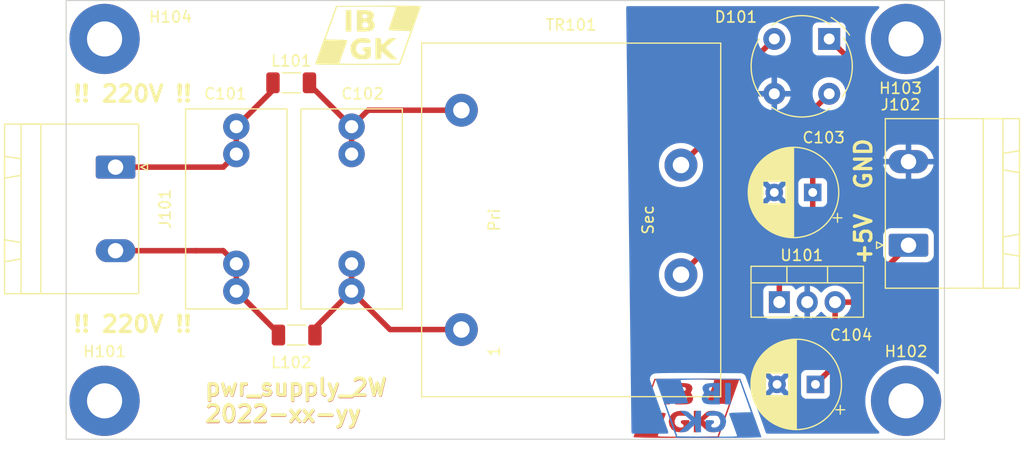
<source format=kicad_pcb>
(kicad_pcb (version 20211014) (generator pcbnew)
  (layers (0 "F.Cu" signal) (31 "B.Cu" signal) (34 "B.Paste" user) (35 "F.Paste" user) (36 "B.SilkS" user "B.Silkscreen") (37 "F.SilkS" user "F.Silkscreen") (38 "B.Mask" user) (39 "F.Mask" user) (44 "Edge.Cuts" user))
  (net 0 "")
  (net 1 "/220V_AC1")
  (net 2 "/220V_AC2")
  (net 3 "/220V_AC1_F")
  (net 4 "/220V_AC2_F")
  (net 5 "/VP")
  (net 6 "/GND")
  (net 7 "/+5V")
  (net 8 "/AC2")
  (net 9 "/AC1")
  (footprint "Connector_Phoenix_GMSTB:PhoenixContact_GMSTBA_2,5_2-G-7,62_1x02_P7.62mm_Horizontal" (layer "F.Cu") (at 176.7225 82.31 90)
    (property "Reference" "J?")
    (property "Value" "Conn_01x02")
    (fp_text reference "J102" (at 12.81 -0.7225 180) (layer "F.SilkS"))
    (fp_text value "Conn_01x02")
    (pad "1" thru_hole roundrect (at 0 0 90) (size 2.1 3.6) (drill 1.4) (layers *.Cu *.Mask) (roundrect_rratio 0.119048) (net 7 "/+5V"))
    (pad "2" thru_hole oval (at 7.62 0 90) (size 2.1 3.6) (drill 1.4) (layers *.Cu *.Mask) (net 6 "/GND"))
  )
  (footprint "00_footprints:C_Rect_L18.0mm_W9.0mm_P15.00mm_FKS3_FKP3" (layer "F.Cu") (at 126 71.5 -90)
    (property "Reference" "C?")
    (property "Value" "C")
    (fp_text reference "C102" (at -3 -1) (layer "F.SilkS"))
    (fp_text value "100nF")
    (pad "1" thru_hole circle (at 0 0 270) (size 2.4 2.4) (drill 1.2) (layers *.Cu *.Mask) (net 3 "/220V_AC1_F"))
    (pad "1" thru_hole circle (at 2.5 0 270) (size 2.4 2.4) (drill 1.2) (layers *.Cu *.Mask) (net 3 "/220V_AC1_F"))
    (pad "2" thru_hole circle (at 15 0 270) (size 2.4 2.4) (drill 1.2) (layers *.Cu *.Mask) (net 4 "/220V_AC2_F"))
    (pad "2" thru_hole circle (at 12.5 0 270) (size 2.4 2.4) (drill 1.2) (layers *.Cu *.Mask) (net 4 "/220V_AC2_F"))
  )
  (footprint "Capacitor_THT:CP_Radial_D8.0mm_P3.50mm" (layer "F.Cu") (at 168 77.5 180)
    (property "Reference" "C?")
    (property "Value" "470uF/25V")
    (fp_text reference "C103" (at -1 5) (layer "F.SilkS"))
    (fp_text value "470uF/25V")
    (pad "1" thru_hole rect (at 0 0 180) (size 1.6 1.6) (drill 0.8) (layers *.Cu *.Mask) (net 5 "/VP"))
    (pad "2" thru_hole circle (at 3.5 0 180) (size 1.6 1.6) (drill 0.8) (layers *.Cu *.Mask) (net 6 "/GND"))
  )
  (footprint "MountingHole:MountingHole_3.2mm_M3_Pad" (layer "F.Cu") (at 176.5 63.5)
    (fp_text reference "H103" (at -0.5 4.5) (layer "F.SilkS"))
    (fp_text value "MountingHole")
    (pad "1" thru_hole circle (at 0 0) (size 6.4 6.4) (drill 3.2) (layers *.Cu *.Mask))
  )
  (footprint "00_ibgk:iblogo" (layer "F.Cu") (at 127.5 63.5)
    (fp_text reference "G101" hide)
    (fp_text value "LOGO" hide)
  )
  (footprint "MountingHole:MountingHole_3.2mm_M3_Pad" (layer "F.Cu") (at 103.5 96.5)
    (fp_text reference "H101" (at 0 -4.5) (layer "F.SilkS"))
    (fp_text value "MountingHole")
    (pad "1" thru_hole circle (at 0 0) (size 6.4 6.4) (drill 3.2) (layers *.Cu *.Mask))
  )
  (footprint "Connector_Phoenix_GMSTB:PhoenixContact_GMSTBA_2,5_2-G-7,62_1x02_P7.62mm_Horizontal" (layer "F.Cu") (at 104.5 75.19 -90)
    (property "Reference" "J?")
    (property "Value" "Conn_01x02")
    (fp_text reference "J101" (at 3.81 -4.5 90) (layer "F.SilkS"))
    (fp_text value "Conn_01x02")
    (pad "1" thru_hole roundrect (at 0 0 270) (size 2.1 3.6) (drill 1.4) (layers *.Cu *.Mask) (roundrect_rratio 0.119048) (net 1 "/220V_AC1"))
    (pad "2" thru_hole oval (at 7.62 0 270) (size 2.1 3.6) (drill 1.4) (layers *.Cu *.Mask) (net 2 "/220V_AC2"))
  )
  (footprint "Inductor_SMD:L_1206_3216Metric_Pad1.22x1.90mm_HandSolder" (layer "F.Cu") (at 121 90.5)
    (fp_text reference "L102" (at -0.5 2.5) (layer "F.SilkS"))
    (fp_text value "BLM31 100u")
    (pad "1" smd roundrect (at -1.6625 0) (size 1.225 1.9) (layers "F.Cu" "F.Paste" "F.Mask") (roundrect_rratio 0.204082) (net 2 "/220V_AC2"))
    (pad "2" smd roundrect (at 1.6625 0) (size 1.225 1.9) (layers "F.Cu" "F.Paste" "F.Mask") (roundrect_rratio 0.204082) (net 4 "/220V_AC2_F"))
  )
  (footprint "Capacitor_THT:CP_Radial_D8.0mm_P3.50mm" (layer "F.Cu") (at 168.25 95 180)
    (fp_text reference "C104" (at -3.25 4.5) (layer "F.SilkS"))
    (fp_text value "470uF/25V")
    (pad "1" thru_hole rect (at 0 0 180) (size 1.6 1.6) (drill 0.8) (layers *.Cu *.Mask) (net 7 "/+5V"))
    (pad "2" thru_hole circle (at 3.5 0 180) (size 1.6 1.6) (drill 0.8) (layers *.Cu *.Mask) (net 6 "/GND"))
  )
  (footprint "MountingHole:MountingHole_3.2mm_M3_Pad" (layer "F.Cu") (at 176.5 96.5)
    (fp_text reference "H102" (at 0 -4.5) (layer "F.SilkS"))
    (fp_text value "MountingHole")
    (pad "1" thru_hole circle (at 0 0) (size 6.4 6.4) (drill 3.2) (layers *.Cu *.Mask))
  )
  (footprint "Inductor_SMD:L_1206_3216Metric_Pad1.22x1.90mm_HandSolder" (layer "F.Cu") (at 120.5 67.5)
    (property "Reference" "L?")
    (property "Value" "L")
    (fp_text reference "L101" (at 0 -2) (layer "F.SilkS"))
    (fp_text value "BLM31 100u")
    (pad "1" smd roundrect (at -1.6625 0) (size 1.225 1.9) (layers "F.Cu" "F.Paste" "F.Mask") (roundrect_rratio 0.204082) (net 1 "/220V_AC1"))
    (pad "2" smd roundrect (at 1.6625 0) (size 1.225 1.9) (layers "F.Cu" "F.Paste" "F.Mask") (roundrect_rratio 0.204082) (net 3 "/220V_AC1_F"))
  )
  (footprint "00_footprints:C_Rect_L18.0mm_W9.0mm_P15.00mm_FKS3_FKP3" (layer "F.Cu") (at 115.5 71.5 -90)
    (fp_text reference "C101" (at -3 1) (layer "F.SilkS"))
    (fp_text value "100nF")
    (pad "1" thru_hole circle (at 0 0 270) (size 2.4 2.4) (drill 1.2) (layers *.Cu *.Mask) (net 1 "/220V_AC1"))
    (pad "1" thru_hole circle (at 2.5 0 270) (size 2.4 2.4) (drill 1.2) (layers *.Cu *.Mask) (net 1 "/220V_AC1"))
    (pad "2" thru_hole circle (at 15 0 270) (size 2.4 2.4) (drill 1.2) (layers *.Cu *.Mask) (net 2 "/220V_AC2"))
    (pad "2" thru_hole circle (at 12.5 0 270) (size 2.4 2.4) (drill 1.2) (layers *.Cu *.Mask) (net 2 "/220V_AC2"))
  )
  (footprint "00_ibgk:iblogo_Cu" (layer "F.Cu") (at 156.5 97.5)
    (fp_text reference "G102" hide)
    (fp_text value "LOGO" hide)
    (fp_poly (pts (xy -0.14752 -2.610072) (xy 0.13375 -2.572187) (xy 0.285173 -2.529679) (xy 0.486531 -2.359999) (xy 0.547364 -2.12617) (xy 0.468781 -1.897872) (xy 0.395336 -1.745795) (xy 0.43974 -1.631619) (xy 0.482252 -1.586033) (xy 0.599066 -1.362547) (xy 0.592055 -1.10016) (xy 0.466611 -0.869416) (xy 0.424536 -0.830616) (xy 0.267105 -0.742998) (xy 0.037483 -0.694778) (xy -0.30807 -0.677728) (xy -0.39038 -0.677333) (xy -1.016 -0.677333) (xy -1.016 -1.27) (xy -0.508 -1.27) (xy -0.493039 -1.090138) (xy -0.413022 -1.026517) (xy -0.232834 -1.031802) (xy -0.039806 -1.072636) (xy 0.03428 -1.171927) (xy 0.042333 -1.27) (xy 0.013443 -1.421269) (xy -0.106348 -1.489807) (xy -0.232834 -1.508198) (xy -0.421287 -1.511974) (xy -0.495435 -1.442141) (xy -0.508 -1.27) (xy -1.016 -1.27) (xy -1.016 -2.074333) (xy -0.508 -2.074333) (xy -0.484395 -1.915511) (xy -0.378211 -1.871153) (xy -0.275167 -1.878209) (xy -0.093574 -1.939873) (xy -0.042334 -2.074333) (xy -0.098391 -2.212851) (xy -0.275167 -2.270457) (xy -0.443894 -2.267271) (xy -0.502987 -2.17241) (xy -0.508 -2.074333) (xy -1.016 -2.074333) (xy -1.016 -2.624666) (xy -0.469651 -2.624666) (xy -0.14752 -2.610072)) (layer "F.Cu") (width 0.01) (fill solid))
    (fp_poly (pts (xy -0.226478 -0.065273) (xy 0.028145 -0.001379) (xy 0.19604 0.102522) (xy 0.237747 0.23308) (xy 0.196869 0.314751) (xy 0.088771 0.354391) (xy -0.125909 0.360606) (xy -0.308887 0.352611) (xy -0.604376 0.343764) (xy -0.782531 0.366564) (xy -0.89432 0.434008) (xy -0.963808 0.519617) (xy -1.085687 0.807075) (xy -1.068462 1.079725) (xy -0.929965 1.298355) (xy -0.688031 1.423753) (xy -0.545533 1.439334) (xy -0.343316 1.419703) (xy -0.262742 1.343421) (xy -0.254 1.27) (xy -0.30694 1.132096) (xy -0.381 1.100667) (xy -0.484429 1.030081) (xy -0.508 0.931334) (xy -0.483072 0.825514) (xy -0.379559 0.775474) (xy -0.154371 0.762065) (xy -0.127 0.762) (xy 0.254 0.762) (xy 0.254 1.229762) (xy 0.246165 1.503276) (xy 0.209658 1.657128) (xy 0.124975 1.740744) (xy 0.036821 1.780096) (xy -0.245236 1.840083) (xy -0.594309 1.853592) (xy -0.921547 1.820654) (xy -1.067807 1.779688) (xy -1.341604 1.584502) (xy -1.532382 1.279715) (xy -1.608442 0.917096) (xy -1.608667 0.896421) (xy -1.542327 0.503205) (xy -1.338151 0.205388) (xy -1.099732 0.04185) (xy -0.831516 -0.049535) (xy -0.526731 -0.083283) (xy -0.226478 -0.065273)) (layer "F.Cu") (width 0.01) (fill solid))
    (fp_poly (pts (xy 2.514317 -3.030525) (xy 3.182137 -3.027298) (xy 3.756888 -3.021258) (xy 4.222693 -3.012616) (xy 4.563672 -3.001584) (xy 4.763947 -2.988375) (xy 4.812175 -2.976345) (xy 4.778057 -2.881535) (xy 4.694398 -2.646351) (xy 4.568034 -2.29009) (xy 4.4058 -1.83205) (xy 4.214534 -1.291529) (xy 4.001071 -0.687825) (xy 3.852333 -0.266929) (xy 2.921 2.369115) (xy -0.9525 2.369891) (xy -1.743928 2.368708) (xy -2.48079 2.365013) (xy -3.146358 2.359078) (xy -3.723901 2.351174) (xy -4.19669 2.341573) (xy -4.547995 2.330545) (xy -4.761087 2.318362) (xy -4.821046 2.307167) (xy -4.79201 2.215049) (xy -4.711897 1.982949) (xy -4.587515 1.630017) (xy -4.425672 1.175401) (xy -4.233176 0.638254) (xy -4.018496 0.042334) (xy -3.875361 0.042334) (xy -2.86098 0.066171) (xy -2.432647 0.078302) (xy -2.147731 0.093844) (xy -1.980321 0.11738) (xy -1.904504 0.153492) (xy -1.89437 0.206763) (xy -1.903524 0.235504) (xy -2.004741 0.500113) (xy -2.128272 0.831685) (xy -2.261046 1.193993) (xy -2.389992 1.550806) (xy -2.502039 1.865895) (xy -2.584116 2.103032) (xy -2.623152 2.225988) (xy -2.624667 2.234278) (xy -2.543336 2.246701) (xy -2.312655 2.256759) (xy -1.952596 2.264219) (xy -1.483129 2.268849) (xy -0.924224 2.270417) (xy -0.295854 2.268689) (xy 0.102333 2.266006) (xy 2.829333 2.243667) (xy 3.354056 0.762) (xy 3.878779 -0.719666) (xy 2.870723 -0.743439) (xy 2.480158 -0.755842) (xy 2.160065 -0.772083) (xy 1.943288 -0.790066) (xy 1.862674 -0.80769) (xy 1.862666 -0.807847) (xy 1.888714 -0.898975) (xy 1.959739 -1.117776) (xy 2.065061 -1.431994) (xy 2.194 -1.809377) (xy 2.201333 -1.830652) (xy 2.331671 -2.21457) (xy 2.438754 -2.541259) (xy 2.511782 -2.776968) (xy 2.539958 -2.887946) (xy 2.54 -2.889267) (xy 2.45811 -2.908636) (xy 2.223489 -2.924422) (xy 1.852707 -2.936291) (xy 1.362335 -2.943908) (xy 0.768943 -2.94694) (xy 0.089102 -2.945053) (xy -0.143986 -2.943356) (xy -2.827971 -2.921) (xy -3.875361 0.042334) (xy -4.018496 0.042334) (xy -4.016835 0.037724) (xy -3.865397 -0.381) (xy -2.914703 -3.005666) (xy 0.96299 -3.027692) (xy 1.769309 -3.030727) (xy 2.514317 -3.030525)) (layer "F.Cu") (width 0.01) (fill solid))
    (fp_poly (pts (xy -1.524 -0.677333) (xy -2.032 -0.677333) (xy -2.032 -2.624666) (xy -1.524 -2.624666) (xy -1.524 -0.677333)) (layer "F.Cu") (width 0.01) (fill solid))
    (fp_poly (pts (xy 1.101986 -0.068147) (xy 1.17198 0.015643) (xy 1.185333 0.211667) (xy 1.202438 0.40759) (xy 1.244494 0.505461) (xy 1.253391 0.508) (xy 1.347338 0.452019) (xy 1.50989 0.309613) (xy 1.608666 0.211667) (xy 1.823508 0.020151) (xy 2.022242 -0.065467) (xy 2.239108 -0.081624) (xy 2.582333 -0.078582) (xy 1.598331 0.78935) (xy 2.13022 1.326008) (xy 2.662108 1.862667) (xy 2.335355 1.862667) (xy 2.116918 1.838874) (xy 1.918778 1.748337) (xy 1.683653 1.562317) (xy 1.618134 1.502834) (xy 1.227666 1.143) (xy 1.201631 1.502834) (xy 1.175343 1.72908) (xy 1.116366 1.833035) (xy 0.98875 1.861711) (xy 0.926465 1.862667) (xy 0.677333 1.862667) (xy 0.677333 -0.084666) (xy 0.931333 -0.084666) (xy 1.101986 -0.068147)) (layer "F.Cu") (width 0.01) (fill solid))
  )
  (footprint "00_footprints:Transformer_CHK_EI30-2VA_1xSec" (layer "F.Cu") (at 136 90)
    (fp_text reference "TR101" (at 10 -27.78) (layer "F.SilkS"))
    (fp_text value "EI30/18 9V")
    (fp_text user "1" (at 3 2 90) (layer "F.SilkS"))
    (fp_text user "Pri" (at 3 -10 90) (layer "F.SilkS"))
    (fp_text user "Sec" (at 17 -10 90) (layer "F.SilkS"))
    (pad "1" thru_hole circle (at 0 -20) (size 3 3) (drill 1.5) (layers *.Cu *.Mask) (net 3 "/220V_AC1_F"))
    (pad "5" thru_hole circle (at 0 0) (size 3 3) (drill 1.5) (layers *.Cu *.Mask) (net 4 "/220V_AC2_F"))
    (pad "7" thru_hole circle (at 20 -5) (size 3 3) (drill 1.5) (layers *.Cu *.Mask) (net 9 "/AC1"))
    (pad "9" thru_hole circle (at 20 -15) (size 3 3) (drill 1.5) (layers *.Cu *.Mask) (net 8 "/AC2"))
  )
  (footprint "MountingHole:MountingHole_3.2mm_M3_Pad" (layer "F.Cu") (at 103.5 63.5)
    (fp_text reference "H104" (at 6 -2) (layer "F.SilkS"))
    (fp_text value "MountingHole" hide)
    (pad "1" thru_hole circle (at 0 0) (size 6.4 6.4) (drill 3.2) (layers *.Cu *.Mask))
  )
  (footprint "Package_TO_SOT_THT:TO-220-3_Vertical" (layer "F.Cu") (at 164.96 87.5)
    (property "Reference" "U?")
    (property "Value" "LM7805_TO220")
    (fp_text reference "U101" (at 2.04 -4.27) (layer "F.SilkS"))
    (fp_text value "LM7805_TO220")
    (pad "1" thru_hole rect (at 0 0) (size 1.905 2) (drill 1.1) (layers *.Cu *.Mask) (net 5 "/VP"))
    (pad "2" thru_hole oval (at 2.54 0) (size 1.905 2) (drill 1.1) (layers *.Cu *.Mask) (net 6 "/GND"))
    (pad "3" thru_hole oval (at 5.08 0) (size 1.905 2) (drill 1.1) (layers *.Cu *.Mask) (net 7 "/+5V"))
  )
  (footprint "Diode_THT:Diode_Bridge_Round_D9.0mm" (layer "F.Cu") (at 169.5 63.5 -90)
    (property "Reference" "D?")
    (property "Value" "D_Bridge_+A-A")
    (fp_text reference "D101" (at -2 8.5 180) (layer "F.SilkS"))
    (fp_text value "B40C2000RUND")
    (pad "1" thru_hole rect (at 0 0 270) (size 2 2) (drill 1) (layers *.Cu *.Mask) (net 5 "/VP"))
    (pad "2" thru_hole oval (at 0 5 270) (size 2 2) (drill 1) (layers *.Cu *.Mask) (net 8 "/AC2"))
    (pad "3" thru_hole oval (at 5 5 270) (size 2 2) (drill 1) (layers *.Cu *.Mask) (net 6 "/GND"))
    (pad "4" thru_hole oval (at 5 0 270) (size 2 2) (drill 1) (layers *.Cu *.Mask) (net 9 "/AC1"))
  )
  (footprint "00_ibgk:iblogo_Cu" (layer "B.Cu") (at 158.5 97.5 180)
    (fp_text reference "G103" hide)
    (fp_text value "LOGO" hide)
    (fp_poly (pts (xy -0.14752 2.610072) (xy 0.13375 2.572187) (xy 0.285173 2.529679) (xy 0.486531 2.359999) (xy 0.547364 2.12617) (xy 0.468781 1.897872) (xy 0.395336 1.745795) (xy 0.43974 1.631619) (xy 0.482252 1.586033) (xy 0.599066 1.362547) (xy 0.592055 1.10016) (xy 0.466611 0.869416) (xy 0.424536 0.830616) (xy 0.267105 0.742998) (xy 0.037483 0.694778) (xy -0.30807 0.677728) (xy -0.39038 0.677333) (xy -1.016 0.677333) (xy -1.016 1.27) (xy -0.508 1.27) (xy -0.493039 1.090138) (xy -0.413022 1.026517) (xy -0.232834 1.031802) (xy -0.039806 1.072636) (xy 0.03428 1.171927) (xy 0.042333 1.27) (xy 0.013443 1.421269) (xy -0.106348 1.489807) (xy -0.232834 1.508198) (xy -0.421287 1.511974) (xy -0.495435 1.442141) (xy -0.508 1.27) (xy -1.016 1.27) (xy -1.016 2.074333) (xy -0.508 2.074333) (xy -0.484395 1.915511) (xy -0.378211 1.871153) (xy -0.275167 1.878209) (xy -0.093574 1.939873) (xy -0.042334 2.074333) (xy -0.098391 2.212851) (xy -0.275167 2.270457) (xy -0.443894 2.267271) (xy -0.502987 2.17241) (xy -0.508 2.074333) (xy -1.016 2.074333) (xy -1.016 2.624666) (xy -0.469651 2.624666) (xy -0.14752 2.610072)) (layer "B.Cu") (width 0.01) (fill solid))
    (fp_poly (pts (xy 1.101986 0.068147) (xy 1.17198 -0.015643) (xy 1.185333 -0.211667) (xy 1.202438 -0.40759) (xy 1.244494 -0.505461) (xy 1.253391 -0.508) (xy 1.347338 -0.452019) (xy 1.50989 -0.309613) (xy 1.608666 -0.211667) (xy 1.823508 -0.020151) (xy 2.022242 0.065467) (xy 2.239108 0.081624) (xy 2.582333 0.078582) (xy 1.598331 -0.78935) (xy 2.13022 -1.326008) (xy 2.662108 -1.862667) (xy 2.335355 -1.862667) (xy 2.116918 -1.838874) (xy 1.918778 -1.748337) (xy 1.683653 -1.562317) (xy 1.618134 -1.502834) (xy 1.227666 -1.143) (xy 1.201631 -1.502834) (xy 1.175343 -1.72908) (xy 1.116366 -1.833035) (xy 0.98875 -1.861711) (xy 0.926465 -1.862667) (xy 0.677333 -1.862667) (xy 0.677333 0.084666) (xy 0.931333 0.084666) (xy 1.101986 0.068147)) (layer "B.Cu") (width 0.01) (fill solid))
    (fp_poly (pts (xy -1.524 0.677333) (xy -2.032 0.677333) (xy -2.032 2.624666) (xy -1.524 2.624666) (xy -1.524 0.677333)) (layer "B.Cu") (width 0.01) (fill solid))
    (fp_poly (pts (xy 2.514317 3.030525) (xy 3.182137 3.027298) (xy 3.756888 3.021258) (xy 4.222693 3.012616) (xy 4.563672 3.001584) (xy 4.763947 2.988375) (xy 4.812175 2.976345) (xy 4.778057 2.881535) (xy 4.694398 2.646351) (xy 4.568034 2.29009) (xy 4.4058 1.83205) (xy 4.214534 1.291529) (xy 4.001071 0.687825) (xy 3.852333 0.266929) (xy 2.921 -2.369115) (xy -0.9525 -2.369891) (xy -1.743928 -2.368708) (xy -2.48079 -2.365013) (xy -3.146358 -2.359078) (xy -3.723901 -2.351174) (xy -4.19669 -2.341573) (xy -4.547995 -2.330545) (xy -4.761087 -2.318362) (xy -4.821046 -2.307167) (xy -4.79201 -2.215049) (xy -4.711897 -1.982949) (xy -4.587515 -1.630017) (xy -4.425672 -1.175401) (xy -4.233176 -0.638254) (xy -4.018496 -0.042334) (xy -3.875361 -0.042334) (xy -2.86098 -0.066171) (xy -2.432647 -0.078302) (xy -2.147731 -0.093844) (xy -1.980321 -0.11738) (xy -1.904504 -0.153492) (xy -1.89437 -0.206763) (xy -1.903524 -0.235504) (xy -2.004741 -0.500113) (xy -2.128272 -0.831685) (xy -2.261046 -1.193993) (xy -2.389992 -1.550806) (xy -2.502039 -1.865895) (xy -2.584116 -2.103032) (xy -2.623152 -2.225988) (xy -2.624667 -2.234278) (xy -2.543336 -2.246701) (xy -2.312655 -2.256759) (xy -1.952596 -2.264219) (xy -1.483129 -2.268849) (xy -0.924224 -2.270417) (xy -0.295854 -2.268689) (xy 0.102333 -2.266006) (xy 2.829333 -2.243667) (xy 3.354056 -0.762) (xy 3.878779 0.719666) (xy 2.870723 0.743439) (xy 2.480158 0.755842) (xy 2.160065 0.772083) (xy 1.943288 0.790066) (xy 1.862674 0.80769) (xy 1.862666 0.807847) (xy 1.888714 0.898975) (xy 1.959739 1.117776) (xy 2.065061 1.431994) (xy 2.194 1.809377) (xy 2.201333 1.830652) (xy 2.331671 2.21457) (xy 2.438754 2.541259) (xy 2.511782 2.776968) (xy 2.539958 2.887946) (xy 2.54 2.889267) (xy 2.45811 2.908636) (xy 2.223489 2.924422) (xy 1.852707 2.936291) (xy 1.362335 2.943908) (xy 0.768943 2.94694) (xy 0.089102 2.945053) (xy -0.143986 2.943356) (xy -2.827971 2.921) (xy -3.875361 -0.042334) (xy -4.018496 -0.042334) (xy -4.016835 -0.037724) (xy -3.865397 0.381) (xy -2.914703 3.005666) (xy 0.96299 3.027692) (xy 1.769309 3.030727) (xy 2.514317 3.030525)) (layer "B.Cu") (width 0.01) (fill solid))
    (fp_poly (pts (xy -0.226478 0.065273) (xy 0.028145 0.001379) (xy 0.19604 -0.102522) (xy 0.237747 -0.23308) (xy 0.196869 -0.314751) (xy 0.088771 -0.354391) (xy -0.125909 -0.360606) (xy -0.308887 -0.352611) (xy -0.604376 -0.343764) (xy -0.782531 -0.366564) (xy -0.89432 -0.434008) (xy -0.963808 -0.519617) (xy -1.085687 -0.807075) (xy -1.068462 -1.079725) (xy -0.929965 -1.298355) (xy -0.688031 -1.423753) (xy -0.545533 -1.439334) (xy -0.343316 -1.419703) (xy -0.262742 -1.343421) (xy -0.254 -1.27) (xy -0.30694 -1.132096) (xy -0.381 -1.100667) (xy -0.484429 -1.030081) (xy -0.508 -0.931334) (xy -0.483072 -0.825514) (xy -0.379559 -0.775474) (xy -0.154371 -0.762065) (xy -0.127 -0.762) (xy 0.254 -0.762) (xy 0.254 -1.229762) (xy 0.246165 -1.503276) (xy 0.209658 -1.657128) (xy 0.124975 -1.740744) (xy 0.036821 -1.780096) (xy -0.245236 -1.840083) (xy -0.594309 -1.853592) (xy -0.921547 -1.820654) (xy -1.067807 -1.779688) (xy -1.341604 -1.584502) (xy -1.532382 -1.279715) (xy -1.608442 -0.917096) (xy -1.608667 -0.896421) (xy -1.542327 -0.503205) (xy -1.338151 -0.205388) (xy -1.099732 -0.04185) (xy -0.831516 0.049535) (xy -0.526731 0.083283) (xy -0.226478 0.065273)) (layer "B.Cu") (width 0.01) (fill solid))
  )
  (gr_line (start 180 60) (end 100 60) (layer "Edge.Cuts") (width 0.1))
  (gr_line (start 180 100) (end 100 100) (layer "Edge.Cuts") (width 0.1))
  (gr_line (start 100 60) (end 100 100) (layer "Edge.Cuts") (width 0.1))
  (gr_line (start 180 60) (end 180 100) (layer "Edge.Cuts") (width 0.1))
  (gr_text "pwr_supply_2W\n2022-xx-yy\n" (at 112.5 96.5) (layer "F.Cu") (effects (font (size 1.5 1.5) (thickness 0.3)) (justify left)))
  (gr_text "!! 220V !!" (at 100.5 68.5) (layer "F.SilkS") (effects (font (size 1.5 1.5) (thickness 0.3)) (justify left)))
  (gr_text "!! 220V !!" (at 100.5 89.5) (layer "F.SilkS") (effects (font (size 1.5 1.5) (thickness 0.3)) (justify left)))
  (gr_text "+5V  GND" (at 172.62 84.23 90) (layer "F.SilkS") (effects (font (size 1.5 1.5) (thickness 0.3)) (justify left)))
  (gr_text "pwr_supply_2W\n2022-xx-yy\n" (at 112.486459 96.464611) (layer "F.SilkS") (effects (font (size 1.5 1.5) (thickness 0.3)) (justify left)))
  (segment (start 104.5 75.19) (end 114.31 75.19) (width 0.5) (layer "F.Cu") (net 1))
  (segment (start 114.31 75.19) (end 115.5 74) (width 0.5) (layer "F.Cu") (net 1))
  (segment (start 118.8375 68.1625) (end 118.8375 67.5) (width 0.5) (layer "F.Cu") (net 1))
  (segment (start 115.5 71.5) (end 118.8375 68.1625) (width 0.5) (layer "F.Cu") (net 1))
  (segment (start 115.5 71.5) (end 115.5 74) (width 0.5) (layer "F.Cu") (net 1))
  (segment (start 114.31 82.81) (end 115.5 84) (width 0.5) (layer "F.Cu") (net 2))
  (segment (start 115.5 84) (end 115.5 86.5) (width 0.5) (layer "F.Cu") (net 2))
  (segment (start 111.81 82.81) (end 114.31 82.81) (width 0.5) (layer "F.Cu") (net 2))
  (segment (start 119.3375 90.5) (end 119.3375 90.3375) (width 0.5) (layer "F.Cu") (net 2))
  (segment (start 119.3375 90.3375) (end 115.5 86.5) (width 0.5) (layer "F.Cu") (net 2))
  (segment (start 104.5 82.81) (end 111.81 82.81) (width 0.5) (layer "F.Cu") (net 2))
  (segment (start 122.1625 67.5) (end 122.1625 67.6625) (width 0.5) (layer "F.Cu") (net 3))
  (segment (start 122.1625 67.6625) (end 126 71.5) (width 0.5) (layer "F.Cu") (net 3))
  (segment (start 127.5 70) (end 126 71.5) (width 0.5) (layer "F.Cu") (net 3))
  (segment (start 136 70) (end 127.5 70) (width 0.5) (layer "F.Cu") (net 3))
  (segment (start 126 71.5) (end 126 74) (width 0.5) (layer "F.Cu") (net 3))
  (segment (start 136 90) (end 129.5 90) (width 0.5) (layer "F.Cu") (net 4))
  (segment (start 122.6625 90.5) (end 122.6625 89.8375) (width 0.5) (layer "F.Cu") (net 4))
  (segment (start 126 84) (end 126 86.5) (width 0.5) (layer "F.Cu") (net 4))
  (segment (start 129.5 90) (end 126 86.5) (width 0.5) (layer "F.Cu") (net 4))
  (segment (start 122.6625 89.8375) (end 126 86.5) (width 0.5) (layer "F.Cu") (net 4))
  (segment (start 169.5 63.5) (end 172.5 66.5) (width 0.5) (layer "F.Cu") (net 5))
  (segment (start 168 81.42) (end 164.96 84.46) (width 0.5) (layer "F.Cu") (net 5))
  (segment (start 168 77.5) (end 168 76) (width 0.5) (layer "F.Cu") (net 5))
  (segment (start 168 76) (end 172.5 71.5) (width 0.5) (layer "F.Cu") (net 5))
  (segment (start 164.96 84.46) (end 164.96 87.5) (width 0.5) (layer "F.Cu") (net 5))
  (segment (start 172.5 66.5) (end 172.5 71.5) (width 0.5) (layer "F.Cu") (net 5))
  (segment (start 168 77.5) (end 168 81.42) (width 0.5) (layer "F.Cu") (net 5))
  (segment (start 170.04 87.5) (end 170.04 93.21) (width 0.5) (layer "F.Cu") (net 7))
  (segment (start 170.04 93.21) (end 168.25 95) (width 0.5) (layer "F.Cu") (net 7))
  (segment (start 171.5325 87.5) (end 176.7225 82.31) (width 0.5) (layer "F.Cu") (net 7))
  (segment (start 170.04 87.5) (end 171.5325 87.5) (width 0.5) (layer "F.Cu") (net 7))
  (segment (start 160 71) (end 160 68) (width 0.5) (layer "F.Cu") (net 8))
  (segment (start 160 68) (end 164.5 63.5) (width 0.5) (layer "F.Cu") (net 8))
  (segment (start 156 75) (end 160 71) (width 0.5) (layer "F.Cu") (net 8))
  (segment (start 165.5 72.5) (end 169.5 68.5) (width 0.5) (layer "F.Cu") (net 9))
  (segment (start 162.5 72.5) (end 165.5 72.5) (width 0.5) (layer "F.Cu") (net 9))
  (segment (start 160.5 80.5) (end 160.5 74.5) (width 0.5) (layer "F.Cu") (net 9))
  (segment (start 156 85) (end 160.5 80.5) (width 0.5) (layer "F.Cu") (net 9))
  (segment (start 160.5 74.5) (end 162.5 72.5) (width 0.5) (layer "F.Cu") (net 9))
  (zone (net 6) (net_name "/GND") (layer "B.Cu") (connect_pads (clearance 0.508)) (min_thickness 0.254) (fill yes (thermal_gap 0.508) (thermal_bridge_width 0.508))
    (polygon (pts (xy 180 100) (xy 151.5 100) (xy 151 60) (xy 180 60)))
  )
)
</source>
